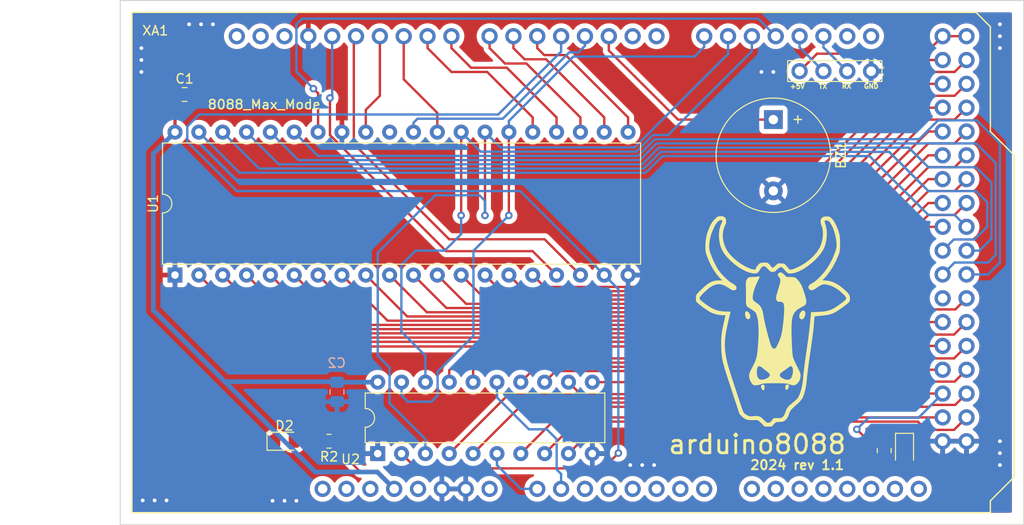
<source format=kicad_pcb>
(kicad_pcb (version 20211014) (generator pcbnew)
  (title_block (title "Arduino8088") (date "2024-05-07") (rev "1.1"))
  (layers (0 "F.Cu" signal) (31 "B.Cu" signal) (34 "B.Paste" user) (35 "F.Paste" user) (36 "B.SilkS" user "B.Silkscreen") (37 "F.SilkS" user "F.Silkscreen") (38 "B.Mask" user) (39 "F.Mask" user) (44 "Edge.Cuts" user))
  (net 0 "")
  (net 2 "unconnected-(BZ1-Pad1)")
  (net 3 "/~{AEN}")
  (net 4 "/CEN")
  (net 22 "/~{BHE}")
  (net 25 "Net-(D1-Pad2)")
  (net 31 "GND")
  (net 32 "+5V")
  (net 33 "/A14")
  (net 34 "/A13")
  (net 35 "/A12")
  (net 36 "/A11")
  (net 37 "/A10")
  (net 38 "/A9")
  (net 39 "/A8")
  (net 40 "/AD7")
  (net 41 "/AD6")
  (net 42 "/AD5")
  (net 43 "/AD4")
  (net 44 "/AD3")
  (net 45 "/AD2")
  (net 46 "/AD1")
  (net 47 "/AD0")
  (net 48 "/~{TEST}")
  (net 49 "/INTR")
  (net 50 "/CLK")
  (net 51 "/RESET")
  (net 52 "/READY")
  (net 53 "/QS1")
  (net 54 "/QSO")
  (net 55 "/S0")
  (net 56 "/S1")
  (net 57 "/S2")
  (net 58 "/~{LOCK}")
  (net 59 "/~{RD}")
  (net 60 "/A19")
  (net 61 "/A18")
  (net 62 "/A17")
  (net 63 "/A16")
  (net 64 "/A15")
  (net 65 "/MCE{slash}~{PDEN}")
  (net 66 "/NMI")
  (net 67 "/DT{slash}~{R}")
  (net 68 "/ALE")
  (net 69 "/~{MRDC}")
  (net 70 "/~{AMWC}")
  (net 71 "/~{MWTC}")
  (net 72 "/~{IOWC}")
  (net 73 "/~{AIOWC}")
  (net 74 "/~{IORC}")
  (net 75 "/~{INTA}")
  (net 76 "/DEN")
  (net 78 "/~{RQ}{slash}~{GT1}")
  (net 79 "Net-(D2-Pad2)")
  (net 80 "/+5Vactual")
  (net 82 "/ser0")
  (net 83 "/ser1")
  (footprint "Resistor_SMD:R_0805_2012Metric_Pad1.20x1.40mm_HandSolder" (layer "F.Cu") (at 176.906289 110.22 -90)
    (fp_text reference "R1" hide)
    (fp_text value "R")
  )
  (footprint "Package_DIP:DIP-40_W15.24mm" (layer "F.Cu") (at 101.369 91.505 90)
    (fp_text reference "U1")
    (fp_text value "8088_Max_Mode")
  )
  (footprint "Resistor_SMD:R_0805_2012Metric_Pad1.20x1.40mm_HandSolder" (layer "F.Cu") (at 117.775 109.22 180)
    (fp_text reference "R2")
    (fp_text value "R")
  )
  (footprint "Capacitor_SMD:C_0805_2012Metric_Pad1.18x1.45mm_HandSolder" (layer "F.Cu") (at 102.389074 72.254984)
    (fp_text reference "C1")
    (fp_text value "0.1uf" hide)
  )
  (footprint "Package_DIP:DIP-20_W7.62mm" (layer "F.Cu") (at 122.959 110.54 90)
    (fp_text reference "U2")
    (fp_text value "8288")
  )
  (footprint "LED_SMD:LED_0805_2012Metric_Pad1.15x1.40mm_HandSolder" (layer "F.Cu") (at 113.03 109.22)
    (fp_text reference "D2")
    (fp_text value "LED")
  )
  (footprint "LED_SMD:LED_0805_2012Metric_Pad1.15x1.40mm_HandSolder" (layer "F.Cu") (at 179.07 110.238995 -90)
    (fp_text reference "D1" hide)
    (fp_text value "LED" hide)
  )
  (footprint "cow:cow" (layer "F.Cu") (at 165.1 96.52)
    (fp_text reference "G***" hide)
    (fp_text value "LOGO" hide)
  )
  (footprint "Arduino_Library:Arduino_Mega2560_Shield" (layer "F.Cu") (at 89.154 116.84)
    (fp_text reference "XA1")
    (fp_text value "Arduino_Mega2560_Shield" hide)
  )
  (footprint "Buzzer_Beeper:Buzzer_12x9.5RM7.6" (layer "F.Cu") (at 165.1 74.93 -90)
    (fp_text reference "BZ1")
    (fp_text value "Buzzer")
  )
  (footprint "Capacitor_SMD:C_0805_2012Metric_Pad1.18x1.45mm_HandSolder" (layer "B.Cu") (at 118.626888 103.962786 -90)
    (fp_text reference "C2")
    (fp_text value "0.1uf" hide)
  )
  (gr_poly (pts (xy 191.77 118.11) (xy 95.535456 118.11) (xy 95.535456 62.23) (xy 191.77 62.23)) (layer "Edge.Cuts") (width 0.1) (fill none))
  (gr_text "2024 rev 1.1" (at 167.64 111.76) (layer "F.SilkS") (effects (font (size 1 1) (thickness 0.2))))
  (gr_text "arduino8088" (at 163.379823 109.551972) (layer "F.SilkS") (effects (font (size 2 2) (thickness 0.3))))
  (segment (start 147.574 67.564) (end 154.94 74.93) (width 0.25) (layer "F.Cu") (net 2))
  (segment (start 154.94 74.93) (end 165.1 74.93) (width 0.25) (layer "F.Cu") (net 2))
  (segment (start 147.574 66.04) (end 147.574 67.564) (width 0.25) (layer "F.Cu") (net 2))
  (segment (start 135.659 111.763961) (end 138.195039 114.3) (width 0.25) (layer "B.Cu") (net 3))
  (segment (start 138.195039 114.3) (end 139.954 114.3) (width 0.25) (layer "B.Cu") (net 3))
  (segment (start 135.659 110.54) (end 135.659 111.763961) (width 0.25) (layer "B.Cu") (net 3))
  (segment (start 142.021267 112.234869) (end 142.494 112.707602) (width 0.25) (layer "B.Cu") (net 4))
  (segment (start 139.061972 107.95) (end 140.97 107.95) (width 0.25) (layer "B.Cu") (net 4))
  (segment (start 142.021267 109.001267) (end 142.021267 112.234869) (width 0.25) (layer "B.Cu") (net 4))
  (segment (start 142.494 112.707602) (end 142.494 114.3) (width 0.25) (layer "B.Cu") (net 4))
  (segment (start 140.97 107.95) (end 142.021267 109.001267) (width 0.25) (layer "B.Cu") (net 4))
  (segment (start 135.659 102.92) (end 135.659 104.547028) (width 0.25) (layer "B.Cu") (net 4))
  (segment (start 135.659 104.547028) (end 139.061972 107.95) (width 0.25) (layer "B.Cu") (net 4))
  (segment (start 116.112569 71.630852) (end 116.609 72.127283) (width 0.25) (layer "F.Cu") (net 22))
  (segment (start 116.609 72.127283) (end 116.609 76.265) (width 0.25) (layer "F.Cu") (net 22))
  (via (at 116.112569 71.630852) (size 0.8) (drill 0.4) (layers "F.Cu" "B.Cu") (net 22))
  (segment (start 114.3 69.818283) (end 116.112569 71.630852) (width 0.25) (layer "B.Cu") (net 22))
  (segment (start 114.899811 64.170189) (end 114.3 64.77) (width 0.25) (layer "B.Cu") (net 22))
  (segment (start 165.354 66.04) (end 163.484189 64.170189) (width 0.25) (layer "B.Cu") (net 22))
  (segment (start 163.484189 64.170189) (end 114.899811 64.170189) (width 0.25) (layer "B.Cu") (net 22))
  (segment (start 114.3 64.77) (end 114.3 69.818283) (width 0.25) (layer "B.Cu") (net 22))
  (segment (start 179.026005 111.22) (end 179.07 111.263995) (width 0.25) (layer "F.Cu") (net 25))
  (segment (start 176.906289 111.22) (end 179.026005 111.22) (width 0.25) (layer "F.Cu") (net 25))
  (segment (start 112.005 115.325) (end 111.76 115.57) (width 0.25) (layer "F.Cu") (net 31))
  (segment (start 179.07 109.213995) (end 183.127995 109.213995) (width 0.25) (layer "F.Cu") (net 31))
  (segment (start 119.149 72.159) (end 115.57 68.58) (width 0.25) (layer "F.Cu") (net 31))
  (segment (start 183.127995 109.213995) (end 183.134 109.22) (width 0.25) (layer "F.Cu") (net 31))
  (segment (start 112.005 109.22) (end 112.005 115.325) (width 0.25) (layer "F.Cu") (net 31))
  (segment (start 119.149 76.265) (end 119.149 72.159) (width 0.25) (layer "F.Cu") (net 31))
  (segment (start 115.57 68.58) (end 115.57 66.04) (width 0.25) (layer "F.Cu") (net 31))
  (via (at 97.79 67.31) (size 0.8) (drill 0.4) (layers "F.Cu" "B.Cu") (net 31))
  (via (at 100.467798 115.530324) (size 0.8) (drill 0.4) (layers "F.Cu" "B.Cu") (net 31))
  (via (at 189.23 109.22) (size 0.8) (drill 0.4) (layers "F.Cu" "B.Cu") (net 31))
  (via (at 97.79 69.85) (size 0.8) (drill 0.4) (layers "F.Cu" "B.Cu") (net 31))
  (via (at 189.23 67.31) (size 0.8) (drill 0.4) (layers "F.Cu" "B.Cu") (net 31))
  (via (at 189.23 110.49) (size 0.8) (drill 0.4) (layers "F.Cu" "B.Cu") (net 31))
  (via (at 189.23 66.04) (size 0.8) (drill 0.4) (layers "F.Cu" "B.Cu") (net 31))
  (via (at 97.79 68.58) (size 0.8) (drill 0.4) (layers "F.Cu" "B.Cu") (net 31))
  (via (at 151.13 111.76) (size 0.8) (drill 0.4) (layers "F.Cu" "B.Cu") (net 31))
  (via (at 152.4 111.76) (size 0.8) (drill 0.4) (layers "F.Cu" "B.Cu") (net 31))
  (via (at 113.03 115.57) (size 0.8) (drill 0.4) (layers "F.Cu" "B.Cu") (net 31))
  (via (at 114.3 115.57) (size 0.8) (drill 0.4) (layers "F.Cu" "B.Cu") (net 31))
  (via (at 97.927798 115.530324) (size 0.8) (drill 0.4) (layers "F.Cu" "B.Cu") (net 31))
  (via (at 149.86 111.76) (size 0.8) (drill 0.4) (layers "F.Cu" "B.Cu") (net 31))
  (via (at 105.41 64.77) (size 0.8) (drill 0.4) (layers "F.Cu" "B.Cu") (net 31))
  (via (at 111.76 115.57) (size 0.8) (drill 0.4) (layers "F.Cu" "B.Cu") (net 31))
  (via (at 102.87 64.77) (size 0.8) (drill 0.4) (layers "F.Cu" "B.Cu") (net 31))
  (via (at 189.23 64.77) (size 0.8) (drill 0.4) (layers "F.Cu" "B.Cu") (net 31))
  (via (at 165.1 69.85) (size 0.8) (drill 0.4) (layers "F.Cu" "B.Cu") (net 31))
  (via (at 163.83 69.85) (size 0.8) (drill 0.4) (layers "F.Cu" "B.Cu") (net 31))
  (via (at 104.14 64.77) (size 0.8) (drill 0.4) (layers "F.Cu" "B.Cu") (net 31))
  (via (at 99.197798 115.530324) (size 0.8) (drill 0.4) (layers "F.Cu" "B.Cu") (net 31))
  (via (at 189.23 111.76) (size 0.8) (drill 0.4) (layers "F.Cu" "B.Cu") (net 31))
  (segment (start 122.897032 112.483032) (end 124.714 114.3) (width 0.25) (layer "F.Cu") (net 32))
  (segment (start 101.369 72.595098) (end 101.385291 72.578807) (width 0.25) (layer "F.Cu") (net 32))
  (segment (start 122.883331 112.463003) (end 122.897032 112.449302) (width 0.25) (layer "F.Cu") (net 32))
  (segment (start 121.088445 112.463003) (end 122.883331 112.463003) (width 0.25) (layer "F.Cu") (net 32))
  (segment (start 118.775 109.22) (end 118.775 110.149558) (width 0.25) (layer "F.Cu") (net 32))
  (segment (start 101.369 76.265) (end 101.369 72.595098) (width 0.35) (layer "F.Cu") (net 32))
  (segment (start 122.897032 112.449302) (end 122.897032 112.483032) (width 0.25) (layer "F.Cu") (net 32))
  (segment (start 118.775 110.149558) (end 121.088445 112.463003) (width 0.25) (layer "F.Cu") (net 32))
  (segment (start 99.06 78.574) (end 99.06 95.25) (width 0.5) (layer "B.Cu") (net 32))
  (segment (start 118.571602 102.87) (end 106.68 102.87) (width 0.5) (layer "B.Cu") (net 32))
  (segment (start 118.626888 102.925286) (end 118.571602 102.87) (width 0.5) (layer "B.Cu") (net 32))
  (segment (start 101.369 76.265) (end 99.06 78.574) (width 0.5) (layer "B.Cu") (net 32))
  (segment (start 118.626888 102.925286) (end 122.953714 102.925286) (width 0.5) (layer "B.Cu") (net 32))
  (segment (start 99.06 95.25) (end 106.68 102.87) (width 0.5) (layer "B.Cu") (net 32))
  (segment (start 122.953714 102.925286) (end 122.959 102.92) (width 0.5) (layer "B.Cu") (net 32))
  (segment (start 116.30967 112.49967) (end 122.91367 112.49967) (width 0.5) (layer "B.Cu") (net 32))
  (segment (start 106.68 102.87) (end 116.30967 112.49967) (width 0.5) (layer "B.Cu") (net 32))
  (segment (start 122.91367 112.49967) (end 124.714 114.3) (width 0.5) (layer "B.Cu") (net 32))
  (segment (start 111.524 99.12) (end 168.85 99.12) (width 0.25) (layer "F.Cu") (net 33))
  (segment (start 168.85 99.12) (end 181.61 86.36) (width 0.25) (layer "F.Cu") (net 33))
  (segment (start 103.909 91.505) (end 111.524 99.12) (width 0.25) (layer "F.Cu") (net 33))
  (segment (start 181.61 86.36) (end 183.134 86.36) (width 0.25) (layer "F.Cu") (net 33))
  (segment (start 181.61 85.09) (end 184.404 85.09) (width 0.25) (layer "F.Cu") (net 34))
  (segment (start 106.449 91.505) (end 113.564 98.62) (width 0.25) (layer "F.Cu") (net 34))
  (segment (start 168.08 98.62) (end 181.61 85.09) (width 0.25) (layer "F.Cu") (net 34))
  (segment (start 113.564 98.62) (end 168.08 98.62) (width 0.25) (layer "F.Cu") (net 34))
  (segment (start 184.404 85.09) (end 185.674 83.82) (width 0.25) (layer "F.Cu") (net 34))
  (segment (start 108.989 91.505) (end 115.654 98.17) (width 0.25) (layer "F.Cu") (net 35))
  (segment (start 167.26 98.17) (end 181.61 83.82) (width 0.25) (layer "F.Cu") (net 35))
  (segment (start 115.654 98.17) (end 167.26 98.17) (width 0.25) (layer "F.Cu") (net 35))
  (segment (start 181.61 83.82) (end 183.134 83.82) (width 0.25) (layer "F.Cu") (net 35))
  (segment (start 111.529 91.505) (end 117.744 97.72) (width 0.25) (layer "F.Cu") (net 36))
  (segment (start 184.404 82.55) (end 185.674 81.28) (width 0.25) (layer "F.Cu") (net 36))
  (segment (start 166.44 97.72) (end 181.61 82.55) (width 0.25) (layer "F.Cu") (net 36))
  (segment (start 181.61 82.55) (end 184.404 82.55) (width 0.25) (layer "F.Cu") (net 36))
  (segment (start 117.744 97.72) (end 166.44 97.72) (width 0.25) (layer "F.Cu") (net 36))
  (segment (start 119.834 97.27) (end 165.62 97.27) (width 0.25) (layer "F.Cu") (net 37))
  (segment (start 165.62 97.27) (end 181.61 81.28) (width 0.25) (layer "F.Cu") (net 37))
  (segment (start 114.069 91.505) (end 119.834 97.27) (width 0.25) (layer "F.Cu") (net 37))
  (segment (start 181.61 81.28) (end 183.134 81.28) (width 0.25) (layer "F.Cu") (net 37))
  (segment (start 184.404 80.01) (end 185.674 78.74) (width 0.25) (layer "F.Cu") (net 38))
  (segment (start 181.61 80.01) (end 184.404 80.01) (width 0.25) (layer "F.Cu") (net 38))
  (segment (start 164.8 96.82) (end 181.61 80.01) (width 0.25) (layer "F.Cu") (net 38))
  (segment (start 116.609 91.505) (end 121.924 96.82) (width 0.25) (layer "F.Cu") (net 38))
  (segment (start 121.924 96.82) (end 164.8 96.82) (width 0.25) (layer "F.Cu") (net 38))
  (segment (start 119.149 91.505) (end 124.014 96.37) (width 0.25) (layer "F.Cu") (net 39))
  (segment (start 124.014 96.37) (end 163.98 96.37) (width 0.25) (layer "F.Cu") (net 39))
  (segment (start 163.98 96.37) (end 181.61 78.74) (width 0.25) (layer "F.Cu") (net 39))
  (segment (start 181.61 78.74) (end 183.134 78.74) (width 0.25) (layer "F.Cu") (net 39))
  (segment (start 181.61 77.47) (end 184.404 77.47) (width 0.25) (layer "F.Cu") (net 40))
  (segment (start 163.16 95.92) (end 181.61 77.47) (width 0.25) (layer "F.Cu") (net 40))
  (segment (start 121.689 91.505) (end 126.104 95.92) (width 0.25) (layer "F.Cu") (net 40))
  (segment (start 126.104 95.92) (end 163.16 95.92) (width 0.25) (layer "F.Cu") (net 40))
  (segment (start 184.404 77.47) (end 185.674 76.2) (width 0.25) (layer "F.Cu") (net 40))
  (segment (start 181.61 76.2) (end 183.134 76.2) (width 0.25) (layer "F.Cu") (net 41))
  (segment (start 162.34 95.47) (end 181.61 76.2) (width 0.25) (layer "F.Cu") (net 41))
  (segment (start 128.194 95.47) (end 162.34 95.47) (width 0.25) (layer "F.Cu") (net 41))
  (segment (start 124.229 91.505) (end 128.194 95.47) (width 0.25) (layer "F.Cu") (net 41))
  (segment (start 126.769 91.505) (end 130.284 95.02) (width 0.25) (layer "F.Cu") (net 42))
  (segment (start 184.404 74.93) (end 185.674 73.66) (width 0.25) (layer "F.Cu") (net 42))
  (segment (start 161.52 95.02) (end 181.61 74.93) (width 0.25) (layer "F.Cu") (net 42))
  (segment (start 181.61 74.93) (end 184.404 74.93) (width 0.25) (layer "F.Cu") (net 42))
  (segment (start 130.284 95.02) (end 161.52 95.02) (width 0.25) (layer "F.Cu") (net 42))
  (segment (start 129.309 91.505) (end 132.374 94.57) (width 0.25) (layer "F.Cu") (net 43))
  (segment (start 132.374 94.57) (end 160.7 94.57) (width 0.25) (layer "F.Cu") (net 43))
  (segment (start 160.7 94.57) (end 181.61 73.66) (width 0.25) (layer "F.Cu") (net 43))
  (segment (start 181.61 73.66) (end 183.134 73.66) (width 0.25) (layer "F.Cu") (net 43))
  (segment (start 134.464 94.12) (end 159.88 94.12) (width 0.25) (layer "F.Cu") (net 44))
  (segment (start 181.61 72.39) (end 184.404 72.39) (width 0.25) (layer "F.Cu") (net 44))
  (segment (start 131.849 91.505) (end 134.464 94.12) (width 0.25) (layer "F.Cu") (net 44))
  (segment (start 159.88 94.12) (end 181.61 72.39) (width 0.25) (layer "F.Cu") (net 44))
  (segment (start 184.404 72.39) (end 185.674 71.12) (width 0.25) (layer "F.Cu") (net 44))
  (segment (start 136.554 93.67) (end 159.06 93.67) (width 0.25) (layer "F.Cu") (net 45))
  (segment (start 134.389 91.505) (end 136.554 93.67) (width 0.25) (layer "F.Cu") (net 45))
  (segment (start 159.06 93.67) (end 181.61 71.12) (width 0.25) (layer "F.Cu") (net 45))
  (segment (start 181.61 71.12) (end 183.134 71.12) (width 0.25) (layer "F.Cu") (net 45))
  (segment (start 138.644 93.22) (end 158.24 93.22) (width 0.25) (layer "F.Cu") (net 46))
  (segment (start 184.404 69.85) (end 185.674 68.58) (width 0.25) (layer "F.Cu") (net 46))
  (segment (start 181.61 69.85) (end 184.404 69.85) (width 0.25) (layer "F.Cu") (net 46))
  (segment (start 136.929 91.505) (end 138.644 93.22) (width 0.25) (layer "F.Cu") (net 46))
  (segment (start 158.24 93.22) (end 181.61 69.85) (width 0.25) (layer "F.Cu") (net 46))
  (segment (start 139.469 91.505) (end 140.734 92.77) (width 0.25) (layer "F.Cu") (net 47))
  (segment (start 157.42 92.77) (end 181.61 68.58) (width 0.25) (layer "F.Cu") (net 47))
  (segment (start 140.734 92.77) (end 157.42 92.77) (width 0.25) (layer "F.Cu") (net 47))
  (segment (start 181.61 68.58) (end 183.134 68.58) (width 0.25) (layer "F.Cu") (net 47))
  (segment (start 138.8 68.95) (end 136.514 68.95) (width 0.25) (layer "F.Cu") (net 48))
  (segment (start 136.514 68.95) (end 134.874 67.31) (width 0.25) (layer "F.Cu") (net 48))
  (segment (start 144.549 74.699) (end 138.8 68.95) (width 0.25) (layer "F.Cu") (net 48))
  (segment (start 134.874 67.31) (end 134.874 66.04) (width 0.25) (layer "F.Cu") (net 48))
  (segment (start 144.549 76.265) (end 144.549 74.699) (width 0.25) (layer "F.Cu") (net 48))
  (segment (start 130.574 87.69) (end 120.414 77.53) (width 0.25) (layer "F.Cu") (net 49))
  (segment (start 140.734 87.69) (end 130.574 87.69) (width 0.25) (layer "F.Cu") (net 49))
  (segment (start 120.414 77.53) (end 120.414 66.276) (width 0.25) (layer "F.Cu") (net 49))
  (segment (start 144.549 91.505) (end 140.734 87.69) (width 0.25) (layer "F.Cu") (net 49))
  (segment (start 120.414 66.276) (end 120.65 66.04) (width 0.25) (layer "F.Cu") (net 49))
  (segment (start 148.59 110.49) (end 146.966253 112.113747) (width 0.25) (layer "F.Cu") (net 50))
  (segment (start 127.072747 112.113747) (end 125.499 110.54) (width 0.25) (layer "F.Cu") (net 50))
  (segment (start 146.966253 112.113747) (end 127.072747 112.113747) (width 0.25) (layer "F.Cu") (net 50))
  (via (at 148.59 110.49) (size 0.8) (drill 0.4) (layers "F.Cu" "B.Cu") (net 50))
  (segment (start 102.675215 77.275215) (end 107.95 82.55) (width 0.25) (layer "B.Cu") (net 50))
  (segment (start 142.494 67.690108) (end 135.796664 74.387444) (width 0.25) (layer "B.Cu") (net 50))
  (segment (start 135.796664 74.387444) (end 103.952555 74.387444) (width 0.25) (layer "B.Cu") (net 50))
  (segment (start 102.675215 75.664784) (end 102.675215 77.275215) (width 0.25) (layer "B.Cu") (net 50))
  (segment (start 148.59 93.006) (end 148.59 110.49) (width 0.25) (layer "B.Cu") (net 50))
  (segment (start 138.134 82.55) (end 147.089 91.505) (width 0.25) (layer "B.Cu") (net 50))
  (segment (start 107.95 82.55) (end 138.134 82.55) (width 0.25) (layer "B.Cu") (net 50))
  (segment (start 142.494 66.04) (end 142.494 67.690108) (width 0.25) (layer "B.Cu") (net 50))
  (segment (start 147.089 91.505) (end 148.59 93.006) (width 0.25) (layer "B.Cu") (net 50))
  (segment (start 103.952555 74.387444) (end 102.675215 75.664784) (width 0.25) (layer "B.Cu") (net 50))
  (segment (start 149.629 74.699) (end 142.98 68.05) (width 0.25) (layer "F.Cu") (net 51))
  (segment (start 142.98 68.05) (end 140.694 68.05) (width 0.25) (layer "F.Cu") (net 51))
  (segment (start 149.629 76.265) (end 149.629 74.699) (width 0.25) (layer "F.Cu") (net 51))
  (segment (start 139.954 67.31) (end 139.954 66.04) (width 0.25) (layer "F.Cu") (net 51))
  (segment (start 140.694 68.05) (end 139.954 67.31) (width 0.25) (layer "F.Cu") (net 51))
  (segment (start 147.089 76.265) (end 147.089 74.699) (width 0.25) (layer "F.Cu") (net 52))
  (segment (start 147.089 74.699) (end 140.89 68.5) (width 0.25) (layer "F.Cu") (net 52))
  (segment (start 140.89 68.5) (end 138.604 68.5) (width 0.25) (layer "F.Cu") (net 52))
  (segment (start 137.414 67.31) (end 137.414 66.04) (width 0.25) (layer "F.Cu") (net 52))
  (segment (start 138.604 68.5) (end 137.414 67.31) (width 0.25) (layer "F.Cu") (net 52))
  (segment (start 142.009 76.265) (end 142.009 74.699) (width 0.25) (layer "F.Cu") (net 53))
  (segment (start 132.9 69.4) (end 130.81 67.31) (width 0.25) (layer "F.Cu") (net 53))
  (segment (start 142.009 74.699) (end 136.71 69.4) (width 0.25) (layer "F.Cu") (net 53))
  (segment (start 136.71 69.4) (end 132.9 69.4) (width 0.25) (layer "F.Cu") (net 53))
  (segment (start 130.81 67.31) (end 130.81 66.04) (width 0.25) (layer "F.Cu") (net 53))
  (segment (start 130.81 69.85) (end 128.27 67.31) (width 0.25) (layer "F.Cu") (net 54))
  (segment (start 128.27 67.31) (end 128.27 66.04) (width 0.25) (layer "F.Cu") (net 54))
  (segment (start 134.62 69.85) (end 130.81 69.85) (width 0.25) (layer "F.Cu") (net 54))
  (segment (start 139.469 74.699) (end 134.62 69.85) (width 0.25) (layer "F.Cu") (net 54))
  (segment (start 139.469 76.265) (end 139.469 74.699) (width 0.25) (layer "F.Cu") (net 54))
  (segment (start 136.929 85.145) (end 136.929 76.265) (width 0.25) (layer "F.Cu") (net 55))
  (segment (start 136.924 85.15) (end 136.929 85.145) (width 0.25) (layer "F.Cu") (net 55))
  (via (at 136.924 85.15) (size 0.8) (drill 0.4) (layers "F.Cu" "B.Cu") (net 55))
  (segment (start 133.159054 88.914946) (end 133.159054 97.980946) (width 0.25) (layer "B.Cu") (net 55))
  (segment (start 156.703335 68.213665) (end 157.734 67.183) (width 0.25) (layer "B.Cu") (net 55))
  (segment (start 128.686684 105.007209) (end 126.169244 105.007209) (width 0.25) (layer "B.Cu") (net 55))
  (segment (start 143.793335 68.213665) (end 156.703335 68.213665) (width 0.25) (layer "B.Cu") (net 55))
  (segment (start 133.159054 97.980946) (end 129.341217 101.798783) (width 0.25) (layer "B.Cu") (net 55))
  (segment (start 129.341217 101.798783) (end 129.341217 104.352676) (width 0.25) (layer "B.Cu") (net 55))
  (segment (start 157.734 67.183) (end 157.734 66.04) (width 0.25) (layer "B.Cu") (net 55))
  (segment (start 136.929 75.078) (end 143.793335 68.213665) (width 0.25) (layer "B.Cu") (net 55))
  (segment (start 125.499 104.336965) (end 125.499 102.92) (width 0.25) (layer "B.Cu") (net 55))
  (segment (start 136.924 85.15) (end 133.159054 88.914946) (width 0.25) (layer "B.Cu") (net 55))
  (segment (start 136.929 76.265) (end 136.929 75.078) (width 0.25) (layer "B.Cu") (net 55))
  (segment (start 126.169244 105.007209) (end 125.499 104.336965) (width 0.25) (layer "B.Cu") (net 55))
  (segment (start 129.341217 104.352676) (end 128.686684 105.007209) (width 0.25) (layer "B.Cu") (net 55))
  (segment (start 134.384 85.15) (end 134.389 85.145) (width 0.25) (layer "F.Cu") (net 56))
  (segment (start 134.389 85.145) (end 134.389 76.265) (width 0.25) (layer "F.Cu") (net 56))
  (via (at 134.384 85.15) (size 0.8) (drill 0.4) (layers "F.Cu" "B.Cu") (net 56))
  (segment (start 160.274 67.943604) (end 160.274 66.04) (width 0.25) (layer "B.Cu") (net 56))
  (segment (start 122.96343 100.10343) (end 124.221674 101.361674) (width 0.25) (layer "B.Cu") (net 56))
  (segment (start 134.384 85.15) (end 134.384 83.584) (width 0.25) (layer "B.Cu") (net 56))
  (segment (start 150.317604 77.9) (end 160.274 67.943604) (width 0.25) (layer "B.Cu") (net 56))
  (segment (start 128.039 108.989) (end 128.039 110.54) (width 0.25) (layer "B.Cu") (net 56))
  (segment (start 124.221674 101.361674) (end 124.221674 105.171674) (width 0.25) (layer "B.Cu") (net 56))
  (segment (start 134.384 83.584) (end 133.8 83) (width 0.25) (layer "B.Cu") (net 56))
  (segment (start 122.96343 89.12657) (end 122.96343 100.10343) (width 0.25) (layer "B.Cu") (net 56))
  (segment (start 136.024 77.9) (end 150.317604 77.9) (width 0.25) (layer "B.Cu") (net 56))
  (segment (start 124.221674 105.171674) (end 128.039 108.989) (width 0.25) (layer "B.Cu") (net 56))
  (segment (start 133.8 83) (end 129.09 83) (width 0.25) (layer "B.Cu") (net 56))
  (segment (start 134.389 76.265) (end 136.024 77.9) (width 0.25) (layer "B.Cu") (net 56))
  (segment (start 129.09 83) (end 122.96343 89.12657) (width 0.25) (layer "B.Cu") (net 56))
  (segment (start 131.844 85.15) (end 131.849 85.145) (width 0.25) (layer "F.Cu") (net 57))
  (segment (start 131.849 85.145) (end 131.849 76.265) (width 0.25) (layer "F.Cu") (net 57))
  (via (at 131.844 85.15) (size 0.8) (drill 0.4) (layers "F.Cu" "B.Cu") (net 57))
  (segment (start 133.934 78.35) (end 150.504 78.35) (width 0.25) (layer "B.Cu") (net 57))
  (segment (start 125.480868 97.540868) (end 128.039 100.099) (width 0.25) (layer "B.Cu") (net 57))
  (segment (start 162.814 67.648072) (end 162.814 66.04) (width 0.25) (layer "B.Cu") (net 57))
  (segment (start 152.284 76.57) (end 153.892072 76.57) (width 0.25) (layer "B.Cu") (net 57))
  (segment (start 130.087 88.9) (end 127 88.9) (width 0.25) (layer "B.Cu") (net 57))
  (segment (start 131.849 76.265) (end 133.934 78.35) (width 0.25) (layer "B.Cu") (net 57))
  (segment (start 150.504 78.35) (end 152.284 76.57) (width 0.25) (layer "B.Cu") (net 57))
  (segment (start 128.039 100.099) (end 128.039 102.92) (width 0.25) (layer "B.Cu") (net 57))
  (segment (start 131.844 87.143) (end 130.087 88.9) (width 0.25) (layer "B.Cu") (net 57))
  (segment (start 131.844 85.15) (end 131.844 87.143) (width 0.25) (layer "B.Cu") (net 57))
  (segment (start 127 88.9) (end 125.480868 90.419132) (width 0.25) (layer "B.Cu") (net 57))
  (segment (start 125.480868 90.419132) (end 125.480868 97.540868) (width 0.25) (layer "B.Cu") (net 57))
  (segment (start 153.892072 76.57) (end 162.814 67.648072) (width 0.25) (layer "B.Cu") (net 57))
  (segment (start 125.73 66.04) (end 125.73 70.633) (width 0.25) (layer "F.Cu") (net 58))
  (segment (start 125.73 70.633) (end 129.309 74.212) (width 0.25) (layer "F.Cu") (net 58))
  (segment (start 129.309 74.212) (end 129.309 76.265) (width 0.25) (layer "F.Cu") (net 58))
  (segment (start 123.19 72.39) (end 121.689 73.891) (width 0.25) (layer "F.Cu") (net 59))
  (segment (start 123.19 66.04) (end 123.19 72.39) (width 0.25) (layer "F.Cu") (net 59))
  (segment (start 121.689 73.891) (end 121.689 76.265) (width 0.25) (layer "F.Cu") (net 59))
  (segment (start 114.069 76.265) (end 116.604 78.8) (width 0.25) (layer "B.Cu") (net 60))
  (segment (start 116.604 78.8) (end 150.690396 78.8) (width 0.25) (layer "B.Cu") (net 60))
  (segment (start 189.23 90.17) (end 187.96 91.44) (width 0.25) (layer "B.Cu") (net 60))
  (segment (start 180.633065 77.02) (end 182.641665 75.0114) (width 0.25) (layer "B.Cu") (net 60))
  (segment (start 150.690396 78.8) (end 152.470396 77.02) (width 0.25) (layer "B.Cu") (net 60))
  (segment (start 152.470396 77.02) (end 180.633065 77.02) (width 0.25) (layer "B.Cu") (net 60))
  (segment (start 182.641665 75.0114) (end 186.7714 75.0114) (width 0.25) (layer "B.Cu") (net 60))
  (segment (start 187.96 91.44) (end 185.674 91.44) (width 0.25) (layer "B.Cu") (net 60))
  (segment (start 186.7714 75.0114) (end 189.23 77.47) (width 0.25) (layer "B.Cu") (net 60))
  (segment (start 189.23 77.47) (end 189.23 90.17) (width 0.25) (layer "B.Cu") (net 60))
  (segment (start 187.96 90.17) (end 184.404 90.17) (width 0.25) (layer "B.Cu") (net 61))
  (segment (start 186.69 77.47) (end 188.78 79.56) (width 0.25) (layer "B.Cu") (net 61))
  (segment (start 188.78 89.35) (end 187.96 90.17) (width 0.25) (layer "B.Cu") (net 61))
  (segment (start 114.514 79.25) (end 150.876792 79.25) (width 0.25) (layer "B.Cu") (net 61))
  (segment (start 184.404 90.17) (end 183.134 91.44) (width 0.25) (layer "B.Cu") (net 61))
  (segment (start 188.78 79.56) (end 188.78 89.35) (width 0.25) (layer "B.Cu") (net 61))
  (segment (start 152.656792 77.47) (end 186.69 77.47) (width 0.25) (layer "B.Cu") (net 61))
  (segment (start 111.529 76.265) (end 114.514 79.25) (width 0.25) (layer "B.Cu") (net 61))
  (segment (start 150.876792 79.25) (end 152.656792 77.47) (width 0.25) (layer "B.Cu") (net 61))
  (segment (start 187.06 88.9) (end 185.674 88.9) (width 0.25) (layer "B.Cu") (net 62))
  (segment (start 179.52 77.92) (end 181.61 80.01) (width 0.25) (layer "B.Cu") (net 62))
  (segment (start 151.13 79.7) (end 152.91 77.92) (width 0.25) (layer "B.Cu") (net 62))
  (segment (start 188.33 81.65) (end 188.33 87.63) (width 0.25) (layer "B.Cu") (net 62))
  (segment (start 112.424 79.7) (end 151.13 79.7) (width 0.25) (layer "B.Cu") (net 62))
  (segment (start 181.61 80.01) (end 186.69 80.01) (width 0.25) (layer "B.Cu") (net 62))
  (segment (start 188.33 87.63) (end 187.06 88.9) (width 0.25) (layer "B.Cu") (net 62))
  (segment (start 186.69 80.01) (end 188.33 81.65) (width 0.25) (layer "B.Cu") (net 62))
  (segment (start 108.989 76.265) (end 112.424 79.7) (width 0.25) (layer "B.Cu") (net 62))
  (segment (start 152.91 77.92) (end 179.52 77.92) (width 0.25) (layer "B.Cu") (net 62))
  (segment (start 177.43 78.37) (end 181.61 82.55) (width 0.25) (layer "B.Cu") (net 63))
  (segment (start 186.69 82.55) (end 187.88 83.74) (width 0.25) (layer "B.Cu") (net 63))
  (segment (start 181.61 82.55) (end 186.69 82.55) (width 0.25) (layer "B.Cu") (net 63))
  (segment (start 106.449 76.265) (end 110.334 80.15) (width 0.25) (layer "B.Cu") (net 63))
  (segment (start 187.88 83.74) (end 187.88 86.36) (width 0.25) (layer "B.Cu") (net 63))
  (segment (start 187.88 86.36) (end 186.5286 87.7114) (width 0.25) (layer "B.Cu") (net 63))
  (segment (start 151.316396 80.15) (end 153.096396 78.37) (width 0.25) (layer "B.Cu") (net 63))
  (segment (start 186.5286 87.7114) (end 184.3226 87.7114) (width 0.25) (layer "B.Cu") (net 63))
  (segment (start 153.096396 78.37) (end 177.43 78.37) (width 0.25) (layer "B.Cu") (net 63))
  (segment (start 184.3226 87.7114) (end 183.134 88.9) (width 0.25) (layer "B.Cu") (net 63))
  (segment (start 110.334 80.15) (end 151.316396 80.15) (width 0.25) (layer "B.Cu") (net 63))
  (segment (start 184.404 85.09) (end 185.674 86.36) (width 0.25) (layer "B.Cu") (net 64))
  (segment (start 181.61 85.09) (end 184.404 85.09) (width 0.25) (layer "B.Cu") (net 64))
  (segment (start 151.502792 80.6) (end 153.282792 78.82) (width 0.25) (layer "B.Cu") (net 64))
  (segment (start 103.909 76.265) (end 108.244 80.6) (width 0.25) (layer "B.Cu") (net 64))
  (segment (start 108.244 80.6) (end 151.502792 80.6) (width 0.25) (layer "B.Cu") (net 64))
  (segment (start 175.34 78.82) (end 181.61 85.09) (width 0.25) (layer "B.Cu") (net 64))
  (segment (start 153.282792 78.82) (end 175.34 78.82) (width 0.25) (layer "B.Cu") (net 64))
  (segment (start 130.579 102.92) (end 130.579 101.655) (width 0.25) (layer "F.Cu") (net 65))
  (segment (start 172.484 100.39) (end 177.7054 95.1686) (width 0.25) (layer "F.Cu") (net 65))
  (segment (start 131.844 100.39) (end 172.484 100.39) (width 0.25) (layer "F.Cu") (net 65))
  (segment (start 177.7054 95.1686) (end 184.4854 95.1686) (width 0.25) (layer "F.Cu") (net 65))
  (segment (start 184.4854 95.1686) (end 185.674 93.98) (width 0.25) (layer "F.Cu") (net 65))
  (segment (start 130.579 101.655) (end 131.844 100.39) (width 0.25) (layer "F.Cu") (net 65))
  (segment (start 117.874 76.580991) (end 117.874 72.626) (width 0.25) (layer "F.Cu") (net 66))
  (segment (start 139.464 88.96) (end 130.253009 88.96) (width 0.25) (layer "F.Cu") (net 66))
  (segment (start 142.009 91.505) (end 139.464 88.96) (width 0.25) (layer "F.Cu") (net 66))
  (segment (start 130.253009 88.96) (end 117.874 76.580991) (width 0.25) (layer "F.Cu") (net 66))
  (via (at 117.874 72.626) (size 0.8) (drill 0.4) (layers "F.Cu" "B.Cu") (net 66))
  (segment (start 117.874 72.626) (end 118.11 72.39) (width 0.25) (layer "B.Cu") (net 66))
  (segment (start 118.11 72.39) (end 118.11 66.04) (width 0.25) (layer "B.Cu") (net 66))
  (segment (start 175.210396 104.65) (end 176.997432 102.862964) (width 0.25) (layer "F.Cu") (net 67))
  (segment (start 136.919 104.2) (end 143.922604 104.2) (width 0.25) (layer "F.Cu") (net 67))
  (segment (start 130.579 110.54) (end 136.919 104.2) (width 0.25) (layer "F.Cu") (net 67))
  (segment (start 144.372604 104.65) (end 175.210396 104.65) (width 0.25) (layer "F.Cu") (net 67))
  (segment (start 184.411036 102.862964) (end 185.674 101.6) (width 0.25) (layer "F.Cu") (net 67))
  (segment (start 143.922604 104.2) (end 144.372604 104.65) (width 0.25) (layer "F.Cu") (net 67))
  (segment (start 176.997432 102.862964) (end 184.411036 102.862964) (width 0.25) (layer "F.Cu") (net 67))
  (segment (start 175.925396 105.1) (end 176.885396 104.14) (width 0.25) (layer "F.Cu") (net 68))
  (segment (start 176.885396 104.14) (end 183.014 104.14) (width 0.25) (layer "F.Cu") (net 68))
  (segment (start 173.99 107.95) (end 175.26 109.22) (width 0.25) (layer "F.Cu") (net 68))
  (segment (start 143.736208 104.65) (end 144.186208 105.1) (width 0.25) (layer "F.Cu") (net 68))
  (segment (start 139.009 104.65) (end 143.736208 104.65) (width 0.25) (layer "F.Cu") (net 68))
  (segment (start 133.119 110.54) (end 139.009 104.65) (width 0.25) (layer "F.Cu") (net 68))
  (segment (start 144.186208 105.1) (end 175.925396 105.1) (width 0.25) (layer "F.Cu") (net 68))
  (segment (start 175.26 109.22) (end 176.906289 109.22) (width 0.25) (layer "F.Cu") (net 68))
  (via (at 173.99 107.95) (size 0.8) (drill 0.4) (layers "F.Cu" "B.Cu") (net 68))
  (segment (start 175.222577 106.717423) (end 180.556577 106.717423) (width 0.25) (layer "B.Cu") (net 68))
  (segment (start 180.556577 106.717423) (end 183.134 104.14) (width 0.25) (layer "B.Cu") (net 68))
  (segment (start 173.99 107.95) (end 175.222577 106.717423) (width 0.25) (layer "B.Cu") (net 68))
  (segment (start 138.199 110.54) (end 143.189 105.55) (width 0.25) (layer "F.Cu") (net 69))
  (segment (start 181.709928 105.55) (end 181.912929 105.346999) (width 0.25) (layer "F.Cu") (net 69))
  (segment (start 184.467001 105.346999) (end 185.674 104.14) (width 0.25) (layer "F.Cu") (net 69))
  (segment (start 143.189 105.55) (end 181.709928 105.55) (width 0.25) (layer "F.Cu") (net 69))
  (segment (start 181.912929 105.346999) (end 184.467001 105.346999) (width 0.25) (layer "F.Cu") (net 69))
  (segment (start 140.739 110.54) (end 144.599 106.68) (width 0.25) (layer "F.Cu") (net 70))
  (segment (start 144.599 106.68) (end 183.134 106.68) (width 0.25) (layer "F.Cu") (net 70))
  (segment (start 146.689 107.13) (end 180.494 107.13) (width 0.25) (layer "F.Cu") (net 71))
  (segment (start 181.374 108.01) (end 184.344 108.01) (width 0.25) (layer "F.Cu") (net 71))
  (segment (start 184.344 108.01) (end 185.674 106.68) (width 0.25) (layer "F.Cu") (net 71))
  (segment (start 180.494 107.13) (end 181.374 108.01) (width 0.25) (layer "F.Cu") (net 71))
  (segment (start 143.279 110.54) (end 146.689 107.13) (width 0.25) (layer "F.Cu") (net 71))
  (segment (start 175.034 102.92) (end 177.564 100.39) (width 0.25) (layer "F.Cu") (net 72))
  (segment (start 184.344 100.39) (end 185.674 99.06) (width 0.25) (layer "F.Cu") (net 72))
  (segment (start 145.819 102.92) (end 175.034 102.92) (width 0.25) (layer "F.Cu") (net 72))
  (segment (start 177.564 100.39) (end 184.344 100.39) (width 0.25) (layer "F.Cu") (net 72))
  (segment (start 175.024 104.2) (end 177.624 101.6) (width 0.25) (layer "F.Cu") (net 73))
  (segment (start 144.559 104.2) (end 175.024 104.2) (width 0.25) (layer "F.Cu") (net 73))
  (segment (start 143.279 102.92) (end 144.559 104.2) (width 0.25) (layer "F.Cu") (net 73))
  (segment (start 177.624 101.6) (end 183.134 101.6) (width 0.25) (layer "F.Cu") (net 73))
  (segment (start 141.919 101.74) (end 174.944 101.74) (width 0.25) (layer "F.Cu") (net 74))
  (segment (start 174.944 101.74) (end 177.624 99.06) (width 0.25) (layer "F.Cu") (net 74))
  (segment (start 177.624 99.06) (end 183.134 99.06) (width 0.25) (layer "F.Cu") (net 74))
  (segment (start 140.739 102.92) (end 141.919 101.74) (width 0.25) (layer "F.Cu") (net 74))
  (segment (start 177.564 97.85) (end 184.344 97.85) (width 0.25) (layer "F.Cu") (net 75))
  (segment (start 184.344 97.85) (end 185.674 96.52) (width 0.25) (layer "F.Cu") (net 75))
  (segment (start 139.829 101.29) (end 174.124 101.29) (width 0.25) (layer "F.Cu") (net 75))
  (segment (start 174.124 101.29) (end 177.564 97.85) (width 0.25) (layer "F.Cu") (net 75))
  (segment (start 138.199 102.92) (end 139.829 101.29) (width 0.25) (layer "F.Cu") (net 75))
  (segment (start 173.304 100.84) (end 177.624 96.52) (width 0.25) (layer "F.Cu") (net 76))
  (segment (start 177.624 96.52) (end 183.134 96.52) (width 0.25) (layer "F.Cu") (net 76))
  (segment (start 133.934 100.84) (end 173.304 100.84) (width 0.25) (layer "F.Cu") (net 76))
  (segment (start 133.114 101.66) (end 133.934 100.84) (width 0.25) (layer "F.Cu") (net 76))
  (segment (start 133.119 102.92) (end 133.119 101.665) (width 0.25) (layer "F.Cu") (net 76))
  (segment (start 133.119 101.665) (end 133.114 101.66) (width 0.25) (layer "F.Cu") (net 76))
  (segment (start 126.769 75.26514) (end 127.196696 74.837444) (width 0.25) (layer "B.Cu") (net 78))
  (segment (start 126.769 76.265) (end 126.769 75.26514) (width 0.25) (layer "B.Cu") (net 78))
  (segment (start 145.034 67.056) (end 145.034 66.04) (width 0.25) (layer "B.Cu") (net 78))
  (segment (start 136.284647 74.837444) (end 143.358426 67.763665) (width 0.25) (layer "B.Cu") (net 78))
  (segment (start 144.326335 67.763665) (end 145.034 67.056) (width 0.25) (layer "B.Cu") (net 78))
  (segment (start 127.196696 74.837444) (end 136.284647 74.837444) (width 0.25) (layer "B.Cu") (net 78))
  (segment (start 143.358426 67.763665) (end 144.326335 67.763665) (width 0.25) (layer "B.Cu") (net 78))
  (segment (start 116.775 109.22) (end 114.055 109.22) (width 0.25) (layer "F.Cu") (net 79))
  (segment (start 183.134 66.04) (end 185.674 66.04) (width 0.25) (layer "F.Cu") (net 80))
  (segment (start 183.134 66.04) (end 181.270743 67.903257) (width 0.25) (layer "F.Cu") (net 80))
  (segment (start 181.270743 67.903257) (end 169.733 67.903257) (width 0.25) (layer "F.Cu") (net 80))
  (segment (start 169.733 67.903257) (end 169.733 67.930223) (width 0.25) (layer "F.Cu") (net 80))
  (segment (start 169.733 67.930223) (end 167.894 69.769223) (width 0.25) (layer "F.Cu") (net 80))
  (segment (start 170.434 69.769223) (end 167.894 67.229223) (width 0.25) (layer "B.Cu") (net 82))
  (segment (start 167.894 67.229223) (end 167.894 66.04) (width 0.25) (layer "B.Cu") (net 82))
  (segment (start 172.974 69.769223) (end 170.434 67.229223) (width 0.25) (layer "B.Cu") (net 83))
  (segment (start 170.434 67.229223) (end 170.434 66.04) (width 0.25) (layer "B.Cu") (net 83))
  (zone (net 31) (net_name "GND") (layer "F.Cu") (connect_pads (clearance 0.508)) (min_thickness 0.254) (fill yes (thermal_gap 0.508) (thermal_bridge_width 0.508))
    (polygon (pts (xy 190.5 116.84) (xy 96.795596 116.84) (xy 96.795596 63.5) (xy 190.5 63.5)))
  )
  (zone (net 31) (net_name "GND") (layer "B.Cu") (connect_pads (clearance 0.508)) (min_thickness 0.254) (fill yes (thermal_gap 0.508) (thermal_bridge_width 0.508))
    (polygon (pts (xy 190.5 116.84) (xy 96.785737 116.840001) (xy 96.785737 63.500001) (xy 190.5 63.5)))
  )
)
</source>
